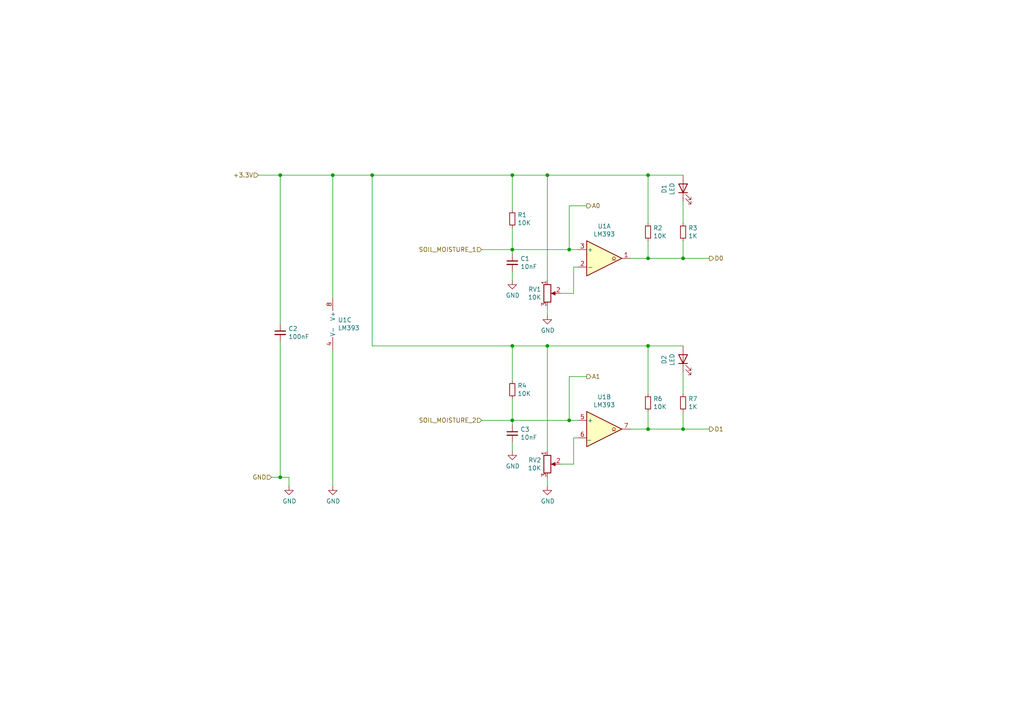
<source format=kicad_sch>
(kicad_sch (version 20210126) (generator eeschema)

  (paper "A4")

  (lib_symbols
    (symbol "Comparator:LM393" (pin_names (offset 0.127)) (in_bom yes) (on_board yes)
      (property "Reference" "U" (id 0) (at 3.81 3.81 0)
        (effects (font (size 1.27 1.27)))
      )
      (property "Value" "LM393" (id 1) (at 6.35 -3.81 0)
        (effects (font (size 1.27 1.27)))
      )
      (property "Footprint" "" (id 2) (at 0 0 0)
        (effects (font (size 1.27 1.27)) hide)
      )
      (property "Datasheet" "http://www.ti.com/lit/ds/symlink/lm393.pdf" (id 3) (at 0 0 0)
        (effects (font (size 1.27 1.27)) hide)
      )
      (property "ki_locked" "" (id 4) (at 0 0 0)
        (effects (font (size 1.27 1.27)))
      )
      (property "ki_keywords" "cmp open collector" (id 5) (at 0 0 0)
        (effects (font (size 1.27 1.27)) hide)
      )
      (property "ki_description" "Low-Power, Low-Offset Voltage, Dual Comparators, DIP-8/SOIC-8/TO-99-8" (id 6) (at 0 0 0)
        (effects (font (size 1.27 1.27)) hide)
      )
      (property "ki_fp_filters" "SOIC*3.9x4.9mm*P1.27mm* DIP*W7.62mm* SOP*5.28x5.23mm*P1.27mm* VSSOP*3.0x3.0mm*P0.65mm* TSSOP*4.4x3mm*P0.65mm*" (id 7) (at 0 0 0)
        (effects (font (size 1.27 1.27)) hide)
      )
      (symbol "LM393_1_1"
        (polyline
          (pts
            (xy -5.08 5.08)
            (xy 5.08 0)
            (xy -5.08 -5.08)
            (xy -5.08 5.08)
          )
          (stroke (width 0.254)) (fill (type background))
        )
        (polyline
          (pts
            (xy 3.302 -0.508)
            (xy 2.794 -0.508)
            (xy 3.302 0)
            (xy 2.794 0.508)
            (xy 2.286 0)
            (xy 2.794 -0.508)
            (xy 2.286 -0.508)
          )
          (stroke (width 0.127)) (fill (type none))
        )
        (pin open_collector line (at 7.62 0 180) (length 2.54)
          (name "~" (effects (font (size 1.27 1.27))))
          (number "1" (effects (font (size 1.27 1.27))))
        )
        (pin input line (at -7.62 -2.54 0) (length 2.54)
          (name "-" (effects (font (size 1.27 1.27))))
          (number "2" (effects (font (size 1.27 1.27))))
        )
        (pin input line (at -7.62 2.54 0) (length 2.54)
          (name "+" (effects (font (size 1.27 1.27))))
          (number "3" (effects (font (size 1.27 1.27))))
        )
      )
      (symbol "LM393_2_1"
        (polyline
          (pts
            (xy -5.08 5.08)
            (xy 5.08 0)
            (xy -5.08 -5.08)
            (xy -5.08 5.08)
          )
          (stroke (width 0.254)) (fill (type background))
        )
        (polyline
          (pts
            (xy 3.302 -0.508)
            (xy 2.794 -0.508)
            (xy 3.302 0)
            (xy 2.794 0.508)
            (xy 2.286 0)
            (xy 2.794 -0.508)
            (xy 2.286 -0.508)
          )
          (stroke (width 0.127)) (fill (type none))
        )
        (pin input line (at -7.62 2.54 0) (length 2.54)
          (name "+" (effects (font (size 1.27 1.27))))
          (number "5" (effects (font (size 1.27 1.27))))
        )
        (pin input line (at -7.62 -2.54 0) (length 2.54)
          (name "_" (effects (font (size 1.27 1.27))))
          (number "6" (effects (font (size 1.27 1.27))))
        )
        (pin open_collector line (at 7.62 0 180) (length 2.54)
          (name "~" (effects (font (size 1.27 1.27))))
          (number "7" (effects (font (size 1.27 1.27))))
        )
      )
      (symbol "LM393_3_1"
        (pin power_in line (at -2.54 -7.62 90) (length 3.81)
          (name "V-" (effects (font (size 1.27 1.27))))
          (number "4" (effects (font (size 1.27 1.27))))
        )
        (pin power_in line (at -2.54 7.62 270) (length 3.81)
          (name "V+" (effects (font (size 1.27 1.27))))
          (number "8" (effects (font (size 1.27 1.27))))
        )
      )
    )
    (symbol "Device:C_Small" (pin_numbers hide) (pin_names (offset 0.254) hide) (in_bom yes) (on_board yes)
      (property "Reference" "C" (id 0) (at 0.254 1.778 0)
        (effects (font (size 1.27 1.27)) (justify left))
      )
      (property "Value" "C_Small" (id 1) (at 0.254 -2.032 0)
        (effects (font (size 1.27 1.27)) (justify left))
      )
      (property "Footprint" "" (id 2) (at 0 0 0)
        (effects (font (size 1.27 1.27)) hide)
      )
      (property "Datasheet" "~" (id 3) (at 0 0 0)
        (effects (font (size 1.27 1.27)) hide)
      )
      (property "ki_keywords" "capacitor cap" (id 4) (at 0 0 0)
        (effects (font (size 1.27 1.27)) hide)
      )
      (property "ki_description" "Unpolarized capacitor, small symbol" (id 5) (at 0 0 0)
        (effects (font (size 1.27 1.27)) hide)
      )
      (property "ki_fp_filters" "C_*" (id 6) (at 0 0 0)
        (effects (font (size 1.27 1.27)) hide)
      )
      (symbol "C_Small_0_1"
        (polyline
          (pts
            (xy -1.524 -0.508)
            (xy 1.524 -0.508)
          )
          (stroke (width 0.3302)) (fill (type none))
        )
        (polyline
          (pts
            (xy -1.524 0.508)
            (xy 1.524 0.508)
          )
          (stroke (width 0.3048)) (fill (type none))
        )
      )
      (symbol "C_Small_1_1"
        (pin passive line (at 0 2.54 270) (length 2.032)
          (name "~" (effects (font (size 1.27 1.27))))
          (number "1" (effects (font (size 1.27 1.27))))
        )
        (pin passive line (at 0 -2.54 90) (length 2.032)
          (name "~" (effects (font (size 1.27 1.27))))
          (number "2" (effects (font (size 1.27 1.27))))
        )
      )
    )
    (symbol "Device:LED" (pin_numbers hide) (pin_names (offset 1.016) hide) (in_bom yes) (on_board yes)
      (property "Reference" "D" (id 0) (at 0 2.54 0)
        (effects (font (size 1.27 1.27)))
      )
      (property "Value" "LED" (id 1) (at 0 -2.54 0)
        (effects (font (size 1.27 1.27)))
      )
      (property "Footprint" "" (id 2) (at 0 0 0)
        (effects (font (size 1.27 1.27)) hide)
      )
      (property "Datasheet" "~" (id 3) (at 0 0 0)
        (effects (font (size 1.27 1.27)) hide)
      )
      (property "ki_keywords" "LED diode" (id 4) (at 0 0 0)
        (effects (font (size 1.27 1.27)) hide)
      )
      (property "ki_description" "Light emitting diode" (id 5) (at 0 0 0)
        (effects (font (size 1.27 1.27)) hide)
      )
      (property "ki_fp_filters" "LED* LED_SMD:* LED_THT:*" (id 6) (at 0 0 0)
        (effects (font (size 1.27 1.27)) hide)
      )
      (symbol "LED_0_1"
        (polyline
          (pts
            (xy -1.27 -1.27)
            (xy -1.27 1.27)
          )
          (stroke (width 0.254)) (fill (type none))
        )
        (polyline
          (pts
            (xy -1.27 0)
            (xy 1.27 0)
          )
          (stroke (width 0)) (fill (type none))
        )
        (polyline
          (pts
            (xy 1.27 -1.27)
            (xy 1.27 1.27)
            (xy -1.27 0)
            (xy 1.27 -1.27)
          )
          (stroke (width 0.254)) (fill (type none))
        )
        (polyline
          (pts
            (xy -3.048 -0.762)
            (xy -4.572 -2.286)
            (xy -3.81 -2.286)
            (xy -4.572 -2.286)
            (xy -4.572 -1.524)
          )
          (stroke (width 0)) (fill (type none))
        )
        (polyline
          (pts
            (xy -1.778 -0.762)
            (xy -3.302 -2.286)
            (xy -2.54 -2.286)
            (xy -3.302 -2.286)
            (xy -3.302 -1.524)
          )
          (stroke (width 0)) (fill (type none))
        )
      )
      (symbol "LED_1_1"
        (pin passive line (at -3.81 0 0) (length 2.54)
          (name "K" (effects (font (size 1.27 1.27))))
          (number "1" (effects (font (size 1.27 1.27))))
        )
        (pin passive line (at 3.81 0 180) (length 2.54)
          (name "A" (effects (font (size 1.27 1.27))))
          (number "2" (effects (font (size 1.27 1.27))))
        )
      )
    )
    (symbol "Device:R_Potentiometer" (pin_names (offset 1.016) hide) (in_bom yes) (on_board yes)
      (property "Reference" "RV" (id 0) (at -4.445 0 90)
        (effects (font (size 1.27 1.27)))
      )
      (property "Value" "R_Potentiometer" (id 1) (at -2.54 0 90)
        (effects (font (size 1.27 1.27)))
      )
      (property "Footprint" "" (id 2) (at 0 0 0)
        (effects (font (size 1.27 1.27)) hide)
      )
      (property "Datasheet" "~" (id 3) (at 0 0 0)
        (effects (font (size 1.27 1.27)) hide)
      )
      (property "ki_keywords" "resistor variable" (id 4) (at 0 0 0)
        (effects (font (size 1.27 1.27)) hide)
      )
      (property "ki_description" "Potentiometer" (id 5) (at 0 0 0)
        (effects (font (size 1.27 1.27)) hide)
      )
      (property "ki_fp_filters" "Potentiometer*" (id 6) (at 0 0 0)
        (effects (font (size 1.27 1.27)) hide)
      )
      (symbol "R_Potentiometer_0_1"
        (rectangle (start 1.016 2.54) (end -1.016 -2.54)
          (stroke (width 0.254)) (fill (type none))
        )
        (polyline
          (pts
            (xy 2.54 0)
            (xy 1.524 0)
          )
          (stroke (width 0)) (fill (type none))
        )
        (polyline
          (pts
            (xy 1.143 0)
            (xy 2.286 0.508)
            (xy 2.286 -0.508)
            (xy 1.143 0)
          )
          (stroke (width 0)) (fill (type outline))
        )
      )
      (symbol "R_Potentiometer_1_1"
        (pin passive line (at 0 3.81 270) (length 1.27)
          (name "1" (effects (font (size 1.27 1.27))))
          (number "1" (effects (font (size 1.27 1.27))))
        )
        (pin passive line (at 3.81 0 180) (length 1.27)
          (name "2" (effects (font (size 1.27 1.27))))
          (number "2" (effects (font (size 1.27 1.27))))
        )
        (pin passive line (at 0 -3.81 90) (length 1.27)
          (name "3" (effects (font (size 1.27 1.27))))
          (number "3" (effects (font (size 1.27 1.27))))
        )
      )
    )
    (symbol "Device:R_Small" (pin_numbers hide) (pin_names (offset 0.254) hide) (in_bom yes) (on_board yes)
      (property "Reference" "R" (id 0) (at 0.762 0.508 0)
        (effects (font (size 1.27 1.27)) (justify left))
      )
      (property "Value" "R_Small" (id 1) (at 0.762 -1.016 0)
        (effects (font (size 1.27 1.27)) (justify left))
      )
      (property "Footprint" "" (id 2) (at 0 0 0)
        (effects (font (size 1.27 1.27)) hide)
      )
      (property "Datasheet" "~" (id 3) (at 0 0 0)
        (effects (font (size 1.27 1.27)) hide)
      )
      (property "ki_keywords" "R resistor" (id 4) (at 0 0 0)
        (effects (font (size 1.27 1.27)) hide)
      )
      (property "ki_description" "Resistor, small symbol" (id 5) (at 0 0 0)
        (effects (font (size 1.27 1.27)) hide)
      )
      (property "ki_fp_filters" "R_*" (id 6) (at 0 0 0)
        (effects (font (size 1.27 1.27)) hide)
      )
      (symbol "R_Small_0_1"
        (rectangle (start -0.762 1.778) (end 0.762 -1.778)
          (stroke (width 0.2032)) (fill (type none))
        )
      )
      (symbol "R_Small_1_1"
        (pin passive line (at 0 2.54 270) (length 0.762)
          (name "~" (effects (font (size 1.27 1.27))))
          (number "1" (effects (font (size 1.27 1.27))))
        )
        (pin passive line (at 0 -2.54 90) (length 0.762)
          (name "~" (effects (font (size 1.27 1.27))))
          (number "2" (effects (font (size 1.27 1.27))))
        )
      )
    )
    (symbol "power:GND" (power) (pin_names (offset 0)) (in_bom yes) (on_board yes)
      (property "Reference" "#PWR" (id 0) (at 0 -6.35 0)
        (effects (font (size 1.27 1.27)) hide)
      )
      (property "Value" "GND" (id 1) (at 0 -3.81 0)
        (effects (font (size 1.27 1.27)))
      )
      (property "Footprint" "" (id 2) (at 0 0 0)
        (effects (font (size 1.27 1.27)) hide)
      )
      (property "Datasheet" "" (id 3) (at 0 0 0)
        (effects (font (size 1.27 1.27)) hide)
      )
      (property "ki_keywords" "power-flag" (id 4) (at 0 0 0)
        (effects (font (size 1.27 1.27)) hide)
      )
      (property "ki_description" "Power symbol creates a global label with name \"GND\" , ground" (id 5) (at 0 0 0)
        (effects (font (size 1.27 1.27)) hide)
      )
      (symbol "GND_0_1"
        (polyline
          (pts
            (xy 0 0)
            (xy 0 -1.27)
            (xy 1.27 -1.27)
            (xy 0 -2.54)
            (xy -1.27 -1.27)
            (xy 0 -1.27)
          )
          (stroke (width 0)) (fill (type none))
        )
      )
      (symbol "GND_1_1"
        (pin power_in line (at 0 0 270) (length 0) hide
          (name "GND" (effects (font (size 1.27 1.27))))
          (number "1" (effects (font (size 1.27 1.27))))
        )
      )
    )
  )

  (junction (at 81.28 50.8) (diameter 0.9144) (color 0 0 0 0))
  (junction (at 81.28 138.43) (diameter 0.9144) (color 0 0 0 0))
  (junction (at 96.52 50.8) (diameter 0.9144) (color 0 0 0 0))
  (junction (at 107.95 50.8) (diameter 0.9144) (color 0 0 0 0))
  (junction (at 148.59 50.8) (diameter 0.9144) (color 0 0 0 0))
  (junction (at 148.59 72.39) (diameter 0.9144) (color 0 0 0 0))
  (junction (at 148.59 100.33) (diameter 0.9144) (color 0 0 0 0))
  (junction (at 148.59 121.92) (diameter 0.9144) (color 0 0 0 0))
  (junction (at 158.75 50.8) (diameter 0.9144) (color 0 0 0 0))
  (junction (at 158.75 100.33) (diameter 0.9144) (color 0 0 0 0))
  (junction (at 165.1 72.39) (diameter 0.9144) (color 0 0 0 0))
  (junction (at 165.1 121.92) (diameter 0.9144) (color 0 0 0 0))
  (junction (at 187.96 50.8) (diameter 0.9144) (color 0 0 0 0))
  (junction (at 187.96 74.93) (diameter 0.9144) (color 0 0 0 0))
  (junction (at 187.96 100.33) (diameter 0.9144) (color 0 0 0 0))
  (junction (at 187.96 124.46) (diameter 0.9144) (color 0 0 0 0))
  (junction (at 198.12 74.93) (diameter 0.9144) (color 0 0 0 0))
  (junction (at 198.12 124.46) (diameter 0.9144) (color 0 0 0 0))

  (wire (pts (xy 78.74 138.43) (xy 81.28 138.43))
    (stroke (width 0) (type solid) (color 0 0 0 0))
    (uuid 21d0bbcf-06a3-4531-8fe9-b2f4b285d51a)
  )
  (wire (pts (xy 81.28 50.8) (xy 74.93 50.8))
    (stroke (width 0) (type solid) (color 0 0 0 0))
    (uuid d87040ad-2f5e-48fc-b522-cd36f8c5c7a8)
  )
  (wire (pts (xy 81.28 50.8) (xy 96.52 50.8))
    (stroke (width 0) (type solid) (color 0 0 0 0))
    (uuid 6f7eeb2f-88a8-4026-975f-fa5293070f1b)
  )
  (wire (pts (xy 81.28 93.98) (xy 81.28 50.8))
    (stroke (width 0) (type solid) (color 0 0 0 0))
    (uuid e5474e31-df52-4f37-b2e2-7e987a0349d9)
  )
  (wire (pts (xy 81.28 99.06) (xy 81.28 138.43))
    (stroke (width 0) (type solid) (color 0 0 0 0))
    (uuid 6b36a1e3-966a-4d5e-a601-7dc1472a5f36)
  )
  (wire (pts (xy 81.28 138.43) (xy 83.82 138.43))
    (stroke (width 0) (type solid) (color 0 0 0 0))
    (uuid a1a1b3f4-f049-4881-bfcb-15b2ca04bbfd)
  )
  (wire (pts (xy 83.82 138.43) (xy 83.82 140.97))
    (stroke (width 0) (type solid) (color 0 0 0 0))
    (uuid 69f4b80a-5734-483f-a74b-97a96c27728a)
  )
  (wire (pts (xy 96.52 50.8) (xy 107.95 50.8))
    (stroke (width 0) (type solid) (color 0 0 0 0))
    (uuid 7faded68-74e9-4cb1-8965-1161ae9f8618)
  )
  (wire (pts (xy 96.52 86.36) (xy 96.52 50.8))
    (stroke (width 0) (type solid) (color 0 0 0 0))
    (uuid 67932a10-882b-4c07-b938-7b0edd2b828b)
  )
  (wire (pts (xy 96.52 101.6) (xy 96.52 140.97))
    (stroke (width 0) (type solid) (color 0 0 0 0))
    (uuid ef8797a3-5eb4-45d2-b93a-a7e7710d56dd)
  )
  (wire (pts (xy 107.95 50.8) (xy 148.59 50.8))
    (stroke (width 0) (type solid) (color 0 0 0 0))
    (uuid 1939c4ff-d327-4841-8ddf-4d74aafc9db3)
  )
  (wire (pts (xy 107.95 100.33) (xy 107.95 50.8))
    (stroke (width 0) (type solid) (color 0 0 0 0))
    (uuid dc8416ec-9cb8-43ad-8fb9-77696174b9d7)
  )
  (wire (pts (xy 107.95 100.33) (xy 148.59 100.33))
    (stroke (width 0) (type solid) (color 0 0 0 0))
    (uuid ba664df0-666c-42d0-9b82-8ee3d6bc38b7)
  )
  (wire (pts (xy 139.7 72.39) (xy 148.59 72.39))
    (stroke (width 0) (type solid) (color 0 0 0 0))
    (uuid 13d67758-8d6d-435e-96ea-18a1bbb9bf04)
  )
  (wire (pts (xy 139.7 121.92) (xy 148.59 121.92))
    (stroke (width 0) (type solid) (color 0 0 0 0))
    (uuid c7b16532-c7cf-49eb-8a97-39f475e8c086)
  )
  (wire (pts (xy 148.59 50.8) (xy 158.75 50.8))
    (stroke (width 0) (type solid) (color 0 0 0 0))
    (uuid bc87249c-b77c-4c27-a77d-903168827f05)
  )
  (wire (pts (xy 148.59 60.96) (xy 148.59 50.8))
    (stroke (width 0) (type solid) (color 0 0 0 0))
    (uuid 0b2852db-8052-4d55-a901-0ae8ab0f466d)
  )
  (wire (pts (xy 148.59 66.04) (xy 148.59 72.39))
    (stroke (width 0) (type solid) (color 0 0 0 0))
    (uuid 5430a905-1cfb-4bf3-9043-13478d05b908)
  )
  (wire (pts (xy 148.59 72.39) (xy 165.1 72.39))
    (stroke (width 0) (type solid) (color 0 0 0 0))
    (uuid 40627633-2002-408c-9ab2-0f6716983530)
  )
  (wire (pts (xy 148.59 73.66) (xy 148.59 72.39))
    (stroke (width 0) (type solid) (color 0 0 0 0))
    (uuid 18232267-9b72-4261-b20a-f3f374e88038)
  )
  (wire (pts (xy 148.59 78.74) (xy 148.59 81.28))
    (stroke (width 0) (type solid) (color 0 0 0 0))
    (uuid 7bba54d1-25c2-43af-b7e6-86afaa0ccd92)
  )
  (wire (pts (xy 148.59 100.33) (xy 158.75 100.33))
    (stroke (width 0) (type solid) (color 0 0 0 0))
    (uuid 1a3a82b1-1399-4a29-aabd-56f033dd8834)
  )
  (wire (pts (xy 148.59 110.49) (xy 148.59 100.33))
    (stroke (width 0) (type solid) (color 0 0 0 0))
    (uuid cece6c10-a9c8-4468-b184-1cd6f4d0c2a0)
  )
  (wire (pts (xy 148.59 115.57) (xy 148.59 121.92))
    (stroke (width 0) (type solid) (color 0 0 0 0))
    (uuid 2c806e1a-f900-41aa-a28e-4aa2fefee0ee)
  )
  (wire (pts (xy 148.59 121.92) (xy 165.1 121.92))
    (stroke (width 0) (type solid) (color 0 0 0 0))
    (uuid 5ac70553-ffcb-48b3-91cc-0ebb3466229c)
  )
  (wire (pts (xy 148.59 123.19) (xy 148.59 121.92))
    (stroke (width 0) (type solid) (color 0 0 0 0))
    (uuid d4eece62-2158-4d92-be51-1d3b03d7bf56)
  )
  (wire (pts (xy 148.59 128.27) (xy 148.59 130.81))
    (stroke (width 0) (type solid) (color 0 0 0 0))
    (uuid 3992ae7a-59a6-4a41-aef3-ea52be541ed1)
  )
  (wire (pts (xy 158.75 50.8) (xy 158.75 81.28))
    (stroke (width 0) (type solid) (color 0 0 0 0))
    (uuid e3ec0c71-de3a-4fbe-9255-e0abb2931e36)
  )
  (wire (pts (xy 158.75 50.8) (xy 187.96 50.8))
    (stroke (width 0) (type solid) (color 0 0 0 0))
    (uuid bc87249c-b77c-4c27-a77d-903168827f05)
  )
  (wire (pts (xy 158.75 91.44) (xy 158.75 88.9))
    (stroke (width 0) (type solid) (color 0 0 0 0))
    (uuid 88c8f80b-e992-4cbe-9f37-994ff328246f)
  )
  (wire (pts (xy 158.75 100.33) (xy 187.96 100.33))
    (stroke (width 0) (type solid) (color 0 0 0 0))
    (uuid 1a3a82b1-1399-4a29-aabd-56f033dd8834)
  )
  (wire (pts (xy 158.75 130.81) (xy 158.75 100.33))
    (stroke (width 0) (type solid) (color 0 0 0 0))
    (uuid c0f853dd-3a54-4182-a911-55ef6e19be59)
  )
  (wire (pts (xy 158.75 140.97) (xy 158.75 138.43))
    (stroke (width 0) (type solid) (color 0 0 0 0))
    (uuid 505e1967-bd31-4fa0-92b5-cf30aba2dea9)
  )
  (wire (pts (xy 162.56 85.09) (xy 166.37 85.09))
    (stroke (width 0) (type solid) (color 0 0 0 0))
    (uuid 78fa4cca-3c68-4d4c-a5e3-6c1672d0bce5)
  )
  (wire (pts (xy 162.56 134.62) (xy 166.37 134.62))
    (stroke (width 0) (type solid) (color 0 0 0 0))
    (uuid ac111f11-39ce-4c27-8409-83415bb3c6c6)
  )
  (wire (pts (xy 165.1 59.69) (xy 170.18 59.69))
    (stroke (width 0) (type solid) (color 0 0 0 0))
    (uuid 862f91ea-b4f0-4b32-a020-b079f36f8d9d)
  )
  (wire (pts (xy 165.1 72.39) (xy 165.1 59.69))
    (stroke (width 0) (type solid) (color 0 0 0 0))
    (uuid 390dcdc4-7454-4c78-b0ab-f721bace29b2)
  )
  (wire (pts (xy 165.1 72.39) (xy 167.64 72.39))
    (stroke (width 0) (type solid) (color 0 0 0 0))
    (uuid e2e427e2-1ec6-4010-a9da-9367a91b95bc)
  )
  (wire (pts (xy 165.1 109.22) (xy 170.18 109.22))
    (stroke (width 0) (type solid) (color 0 0 0 0))
    (uuid d20d3ea9-c0f9-459c-8795-58ab92734c23)
  )
  (wire (pts (xy 165.1 121.92) (xy 165.1 109.22))
    (stroke (width 0) (type solid) (color 0 0 0 0))
    (uuid 7e13ceba-b9cf-411a-a866-87da926e87d7)
  )
  (wire (pts (xy 165.1 121.92) (xy 167.64 121.92))
    (stroke (width 0) (type solid) (color 0 0 0 0))
    (uuid f17e3417-fe56-42c0-ac63-71d32f453a5e)
  )
  (wire (pts (xy 166.37 77.47) (xy 167.64 77.47))
    (stroke (width 0) (type solid) (color 0 0 0 0))
    (uuid 5700834a-3eba-43e5-a997-fe4737e3ad5f)
  )
  (wire (pts (xy 166.37 85.09) (xy 166.37 77.47))
    (stroke (width 0) (type solid) (color 0 0 0 0))
    (uuid 8566e4e8-c689-4f9c-971c-003e7ed2f5c7)
  )
  (wire (pts (xy 166.37 127) (xy 167.64 127))
    (stroke (width 0) (type solid) (color 0 0 0 0))
    (uuid 50e2cb2b-c599-4e50-8ecc-793cd2946b5b)
  )
  (wire (pts (xy 166.37 134.62) (xy 166.37 127))
    (stroke (width 0) (type solid) (color 0 0 0 0))
    (uuid 921eb247-754c-4150-8bce-0790ac0183c6)
  )
  (wire (pts (xy 187.96 50.8) (xy 198.12 50.8))
    (stroke (width 0) (type solid) (color 0 0 0 0))
    (uuid 16ee529b-f639-4576-b5cd-20b61e7405f4)
  )
  (wire (pts (xy 187.96 64.77) (xy 187.96 50.8))
    (stroke (width 0) (type solid) (color 0 0 0 0))
    (uuid a1e05547-6ea0-46dc-9dd4-6ea64cf25d41)
  )
  (wire (pts (xy 187.96 69.85) (xy 187.96 74.93))
    (stroke (width 0) (type solid) (color 0 0 0 0))
    (uuid fc7303dc-984a-4f41-b6bb-d76497ac0c76)
  )
  (wire (pts (xy 187.96 74.93) (xy 182.88 74.93))
    (stroke (width 0) (type solid) (color 0 0 0 0))
    (uuid b10e62c4-871c-4570-af94-b39f942e081d)
  )
  (wire (pts (xy 187.96 74.93) (xy 198.12 74.93))
    (stroke (width 0) (type solid) (color 0 0 0 0))
    (uuid ab9acebb-88c9-42a7-8449-59fe7cdfc367)
  )
  (wire (pts (xy 187.96 100.33) (xy 198.12 100.33))
    (stroke (width 0) (type solid) (color 0 0 0 0))
    (uuid 818aaaa3-de2e-437f-b8bb-007e67e79e78)
  )
  (wire (pts (xy 187.96 114.3) (xy 187.96 100.33))
    (stroke (width 0) (type solid) (color 0 0 0 0))
    (uuid 2e9b2fa0-f643-4885-82c6-c641543c0e81)
  )
  (wire (pts (xy 187.96 119.38) (xy 187.96 124.46))
    (stroke (width 0) (type solid) (color 0 0 0 0))
    (uuid 67e9b31c-1f77-46dc-a719-7bb18817ec4d)
  )
  (wire (pts (xy 187.96 124.46) (xy 182.88 124.46))
    (stroke (width 0) (type solid) (color 0 0 0 0))
    (uuid 80e24712-432c-4b7b-858f-db9628bd9a4a)
  )
  (wire (pts (xy 187.96 124.46) (xy 198.12 124.46))
    (stroke (width 0) (type solid) (color 0 0 0 0))
    (uuid 835aa30e-eb8f-4444-8012-8cd0e942b5fb)
  )
  (wire (pts (xy 198.12 58.42) (xy 198.12 64.77))
    (stroke (width 0) (type solid) (color 0 0 0 0))
    (uuid 819ef0b7-5105-4db4-afdc-009c4166c0a7)
  )
  (wire (pts (xy 198.12 74.93) (xy 198.12 69.85))
    (stroke (width 0) (type solid) (color 0 0 0 0))
    (uuid 737ffc0b-8e40-4a01-965f-7af5e141a63a)
  )
  (wire (pts (xy 198.12 74.93) (xy 205.74 74.93))
    (stroke (width 0) (type solid) (color 0 0 0 0))
    (uuid cac1b714-e1a3-4873-9281-28f18f63e903)
  )
  (wire (pts (xy 198.12 107.95) (xy 198.12 114.3))
    (stroke (width 0) (type solid) (color 0 0 0 0))
    (uuid a5d46e36-48b8-4409-a018-30c264aa4fb6)
  )
  (wire (pts (xy 198.12 124.46) (xy 198.12 119.38))
    (stroke (width 0) (type solid) (color 0 0 0 0))
    (uuid d8aecab9-7dbb-4863-a2c7-1dec77e38957)
  )
  (wire (pts (xy 198.12 124.46) (xy 205.74 124.46))
    (stroke (width 0) (type solid) (color 0 0 0 0))
    (uuid ed8fb382-0688-4b66-9fb6-a60ab0280bcc)
  )

  (hierarchical_label "+3.3V" (shape input) (at 74.93 50.8 180)
    (effects (font (size 1.27 1.27)) (justify right))
    (uuid f0321d10-6063-44dc-a6ab-d0b7462bde56)
  )
  (hierarchical_label "GND" (shape input) (at 78.74 138.43 180)
    (effects (font (size 1.27 1.27)) (justify right))
    (uuid 2b908fd2-cc48-4868-b8e5-39ff5a1ae6ba)
  )
  (hierarchical_label "SOIL_MOISTURE_1" (shape input) (at 139.7 72.39 180)
    (effects (font (size 1.27 1.27)) (justify right))
    (uuid 3b396b53-ffcf-43fe-8796-3272f81172ae)
  )
  (hierarchical_label "SOIL_MOISTURE_2" (shape input) (at 139.7 121.92 180)
    (effects (font (size 1.27 1.27)) (justify right))
    (uuid 6905753c-8e7e-4fc2-92d3-3fd6008b8069)
  )
  (hierarchical_label "A0" (shape output) (at 170.18 59.69 0)
    (effects (font (size 1.27 1.27)) (justify left))
    (uuid efb4a334-5123-4c11-9e7a-e8d31866d7e1)
  )
  (hierarchical_label "A1" (shape output) (at 170.18 109.22 0)
    (effects (font (size 1.27 1.27)) (justify left))
    (uuid c1ebfe84-dddf-407e-a83f-6b0157c21e63)
  )
  (hierarchical_label "D0" (shape output) (at 205.74 74.93 0)
    (effects (font (size 1.27 1.27)) (justify left))
    (uuid 38064794-f885-441b-98a8-42d5b949e75c)
  )
  (hierarchical_label "D1" (shape output) (at 205.74 124.46 0)
    (effects (font (size 1.27 1.27)) (justify left))
    (uuid d8a83f83-1dc1-4883-824f-3b2de225efbd)
  )

  (symbol (lib_id "power:GND") (at 83.82 140.97 0) (unit 1)
    (in_bom yes) (on_board yes)
    (uuid 00000000-0000-0000-0000-0000609be39b)
    (property "Reference" "#PWR0114" (id 0) (at 83.82 147.32 0)
      (effects (font (size 1.27 1.27)) hide)
    )
    (property "Value" "GND" (id 1) (at 83.947 145.3642 0))
    (property "Footprint" "" (id 2) (at 83.82 140.97 0)
      (effects (font (size 1.27 1.27)) hide)
    )
    (property "Datasheet" "" (id 3) (at 83.82 140.97 0)
      (effects (font (size 1.27 1.27)) hide)
    )
    (pin "1" (uuid d3977571-f8fa-4637-a3d5-d2f6627b418f))
  )

  (symbol (lib_id "power:GND") (at 96.52 140.97 0) (unit 1)
    (in_bom yes) (on_board yes)
    (uuid 00000000-0000-0000-0000-0000609d1fab)
    (property "Reference" "#PWR0119" (id 0) (at 96.52 147.32 0)
      (effects (font (size 1.27 1.27)) hide)
    )
    (property "Value" "GND" (id 1) (at 96.647 145.3642 0))
    (property "Footprint" "" (id 2) (at 96.52 140.97 0)
      (effects (font (size 1.27 1.27)) hide)
    )
    (property "Datasheet" "" (id 3) (at 96.52 140.97 0)
      (effects (font (size 1.27 1.27)) hide)
    )
    (pin "1" (uuid 16fae3b3-9243-4e36-a230-e83fae9ca645))
  )

  (symbol (lib_id "power:GND") (at 148.59 81.28 0) (unit 1)
    (in_bom yes) (on_board yes)
    (uuid 00000000-0000-0000-0000-0000609be36f)
    (property "Reference" "#PWR0113" (id 0) (at 148.59 87.63 0)
      (effects (font (size 1.27 1.27)) hide)
    )
    (property "Value" "GND" (id 1) (at 148.717 85.6742 0))
    (property "Footprint" "" (id 2) (at 148.59 81.28 0)
      (effects (font (size 1.27 1.27)) hide)
    )
    (property "Datasheet" "" (id 3) (at 148.59 81.28 0)
      (effects (font (size 1.27 1.27)) hide)
    )
    (pin "1" (uuid a442a019-b5d7-4e07-893b-bf1d07e40c40))
  )

  (symbol (lib_id "power:GND") (at 148.59 130.81 0) (unit 1)
    (in_bom yes) (on_board yes)
    (uuid 00000000-0000-0000-0000-0000609be3f3)
    (property "Reference" "#PWR0117" (id 0) (at 148.59 137.16 0)
      (effects (font (size 1.27 1.27)) hide)
    )
    (property "Value" "GND" (id 1) (at 148.717 135.2042 0))
    (property "Footprint" "" (id 2) (at 148.59 130.81 0)
      (effects (font (size 1.27 1.27)) hide)
    )
    (property "Datasheet" "" (id 3) (at 148.59 130.81 0)
      (effects (font (size 1.27 1.27)) hide)
    )
    (pin "1" (uuid 80ca44bd-ba8f-4974-8fc3-7f78abb93e43))
  )

  (symbol (lib_id "power:GND") (at 158.75 91.44 0) (unit 1)
    (in_bom yes) (on_board yes)
    (uuid 00000000-0000-0000-0000-0000609be353)
    (property "Reference" "#PWR0111" (id 0) (at 158.75 97.79 0)
      (effects (font (size 1.27 1.27)) hide)
    )
    (property "Value" "GND" (id 1) (at 158.877 95.8342 0))
    (property "Footprint" "" (id 2) (at 158.75 91.44 0)
      (effects (font (size 1.27 1.27)) hide)
    )
    (property "Datasheet" "" (id 3) (at 158.75 91.44 0)
      (effects (font (size 1.27 1.27)) hide)
    )
    (pin "1" (uuid 87bb32a5-9001-486d-ae2d-89db48942d7b))
  )

  (symbol (lib_id "power:GND") (at 158.75 140.97 0) (unit 1)
    (in_bom yes) (on_board yes)
    (uuid 00000000-0000-0000-0000-0000609be3d7)
    (property "Reference" "#PWR0115" (id 0) (at 158.75 147.32 0)
      (effects (font (size 1.27 1.27)) hide)
    )
    (property "Value" "GND" (id 1) (at 158.877 145.3642 0))
    (property "Footprint" "" (id 2) (at 158.75 140.97 0)
      (effects (font (size 1.27 1.27)) hide)
    )
    (property "Datasheet" "" (id 3) (at 158.75 140.97 0)
      (effects (font (size 1.27 1.27)) hide)
    )
    (pin "1" (uuid 19166a90-51f3-4b85-9c7f-f5a0a7d75a82))
  )

  (symbol (lib_id "Device:R_Small") (at 148.59 63.5 0) (unit 1)
    (in_bom yes) (on_board yes)
    (uuid 00000000-0000-0000-0000-0000609be34d)
    (property "Reference" "R1" (id 0) (at 150.0886 62.3316 0)
      (effects (font (size 1.27 1.27)) (justify left))
    )
    (property "Value" "10K" (id 1) (at 150.0886 64.643 0)
      (effects (font (size 1.27 1.27)) (justify left))
    )
    (property "Footprint" "Resistor_SMD:R_0603_1608Metric" (id 2) (at 148.59 63.5 0)
      (effects (font (size 1.27 1.27)) hide)
    )
    (property "Datasheet" "~" (id 3) (at 148.59 63.5 0)
      (effects (font (size 1.27 1.27)) hide)
    )
    (pin "1" (uuid 8f88b0d1-af94-4c9a-b422-ef9aaf46b631))
    (pin "2" (uuid ed383629-8981-4b53-8d1d-b484ce1f0841))
  )

  (symbol (lib_id "Device:R_Small") (at 148.59 113.03 0) (unit 1)
    (in_bom yes) (on_board yes)
    (uuid 00000000-0000-0000-0000-0000609be3d1)
    (property "Reference" "R4" (id 0) (at 150.0886 111.8616 0)
      (effects (font (size 1.27 1.27)) (justify left))
    )
    (property "Value" "10K" (id 1) (at 150.0886 114.173 0)
      (effects (font (size 1.27 1.27)) (justify left))
    )
    (property "Footprint" "Resistor_SMD:R_0603_1608Metric" (id 2) (at 148.59 113.03 0)
      (effects (font (size 1.27 1.27)) hide)
    )
    (property "Datasheet" "~" (id 3) (at 148.59 113.03 0)
      (effects (font (size 1.27 1.27)) hide)
    )
    (pin "1" (uuid b650e5d3-3afe-4a71-b774-4464b0f315ea))
    (pin "2" (uuid ccac20dc-cb65-4118-90cc-66530544c77a))
  )

  (symbol (lib_id "Device:R_Small") (at 187.96 67.31 0) (unit 1)
    (in_bom yes) (on_board yes)
    (uuid 00000000-0000-0000-0000-0000609be338)
    (property "Reference" "R2" (id 0) (at 189.4586 66.1416 0)
      (effects (font (size 1.27 1.27)) (justify left))
    )
    (property "Value" "10K" (id 1) (at 189.4586 68.453 0)
      (effects (font (size 1.27 1.27)) (justify left))
    )
    (property "Footprint" "Resistor_SMD:R_0603_1608Metric" (id 2) (at 187.96 67.31 0)
      (effects (font (size 1.27 1.27)) hide)
    )
    (property "Datasheet" "~" (id 3) (at 187.96 67.31 0)
      (effects (font (size 1.27 1.27)) hide)
    )
    (pin "1" (uuid 0e7dd2a8-51d5-4fc9-95a4-9ade5dd5a76d))
    (pin "2" (uuid daf057e6-5e78-4ed9-8038-62ae72bab810))
  )

  (symbol (lib_id "Device:R_Small") (at 187.96 116.84 0) (unit 1)
    (in_bom yes) (on_board yes)
    (uuid 00000000-0000-0000-0000-0000609be3bc)
    (property "Reference" "R6" (id 0) (at 189.4586 115.6716 0)
      (effects (font (size 1.27 1.27)) (justify left))
    )
    (property "Value" "10K" (id 1) (at 189.4586 117.983 0)
      (effects (font (size 1.27 1.27)) (justify left))
    )
    (property "Footprint" "Resistor_SMD:R_0603_1608Metric" (id 2) (at 187.96 116.84 0)
      (effects (font (size 1.27 1.27)) hide)
    )
    (property "Datasheet" "~" (id 3) (at 187.96 116.84 0)
      (effects (font (size 1.27 1.27)) hide)
    )
    (pin "1" (uuid 0dc48045-a276-4a28-9040-50a487d245c8))
    (pin "2" (uuid b0deece5-a25b-452c-9217-ef01fbe07bd1))
  )

  (symbol (lib_id "Device:R_Small") (at 198.12 67.31 0) (unit 1)
    (in_bom yes) (on_board yes)
    (uuid 00000000-0000-0000-0000-0000609be332)
    (property "Reference" "R3" (id 0) (at 199.6186 66.1416 0)
      (effects (font (size 1.27 1.27)) (justify left))
    )
    (property "Value" "1K" (id 1) (at 199.6186 68.453 0)
      (effects (font (size 1.27 1.27)) (justify left))
    )
    (property "Footprint" "Resistor_SMD:R_0603_1608Metric" (id 2) (at 198.12 67.31 0)
      (effects (font (size 1.27 1.27)) hide)
    )
    (property "Datasheet" "~" (id 3) (at 198.12 67.31 0)
      (effects (font (size 1.27 1.27)) hide)
    )
    (pin "1" (uuid 88fc146b-c514-4b37-a7cb-bfdd6c789d2b))
    (pin "2" (uuid 52d36425-7e04-4cf4-8433-7340758d6a11))
  )

  (symbol (lib_id "Device:R_Small") (at 198.12 116.84 0) (unit 1)
    (in_bom yes) (on_board yes)
    (uuid 00000000-0000-0000-0000-0000609be3b6)
    (property "Reference" "R7" (id 0) (at 199.6186 115.6716 0)
      (effects (font (size 1.27 1.27)) (justify left))
    )
    (property "Value" "1K" (id 1) (at 199.6186 117.983 0)
      (effects (font (size 1.27 1.27)) (justify left))
    )
    (property "Footprint" "Resistor_SMD:R_0603_1608Metric" (id 2) (at 198.12 116.84 0)
      (effects (font (size 1.27 1.27)) hide)
    )
    (property "Datasheet" "~" (id 3) (at 198.12 116.84 0)
      (effects (font (size 1.27 1.27)) hide)
    )
    (pin "1" (uuid bf58e363-6634-497d-97c3-0f4b41c4306f))
    (pin "2" (uuid 4518da9a-0aaf-4c1b-95a4-c9104e7c3f7f))
  )

  (symbol (lib_id "Device:C_Small") (at 81.28 96.52 0) (unit 1)
    (in_bom yes) (on_board yes)
    (uuid 00000000-0000-0000-0000-000060a188fb)
    (property "Reference" "C2" (id 0) (at 83.6168 95.3516 0)
      (effects (font (size 1.27 1.27)) (justify left))
    )
    (property "Value" "100nF" (id 1) (at 83.6168 97.663 0)
      (effects (font (size 1.27 1.27)) (justify left))
    )
    (property "Footprint" "Capacitor_SMD:C_0603_1608Metric" (id 2) (at 81.28 96.52 0)
      (effects (font (size 1.27 1.27)) hide)
    )
    (property "Datasheet" "~" (id 3) (at 81.28 96.52 0)
      (effects (font (size 1.27 1.27)) hide)
    )
    (pin "1" (uuid 0ace40b7-0876-4540-8327-2eebc04d04b5))
    (pin "2" (uuid 53b1bd3b-41bc-4ef7-8576-78b98a78ba39))
  )

  (symbol (lib_id "Device:C_Small") (at 148.59 76.2 0) (unit 1)
    (in_bom yes) (on_board yes)
    (uuid 00000000-0000-0000-0000-0000609be368)
    (property "Reference" "C1" (id 0) (at 150.9268 75.0316 0)
      (effects (font (size 1.27 1.27)) (justify left))
    )
    (property "Value" "10nF" (id 1) (at 150.9268 77.343 0)
      (effects (font (size 1.27 1.27)) (justify left))
    )
    (property "Footprint" "Capacitor_SMD:C_0603_1608Metric" (id 2) (at 148.59 76.2 0)
      (effects (font (size 1.27 1.27)) hide)
    )
    (property "Datasheet" "~" (id 3) (at 148.59 76.2 0)
      (effects (font (size 1.27 1.27)) hide)
    )
    (pin "1" (uuid bc174821-0431-4fb8-805b-34aa378912e8))
    (pin "2" (uuid 20c533f6-5b04-4fde-bb6d-eccfc8efd3f2))
  )

  (symbol (lib_id "Device:C_Small") (at 148.59 125.73 0) (unit 1)
    (in_bom yes) (on_board yes)
    (uuid 00000000-0000-0000-0000-0000609be3ec)
    (property "Reference" "C3" (id 0) (at 150.9268 124.5616 0)
      (effects (font (size 1.27 1.27)) (justify left))
    )
    (property "Value" "10nF" (id 1) (at 150.9268 126.873 0)
      (effects (font (size 1.27 1.27)) (justify left))
    )
    (property "Footprint" "Capacitor_SMD:C_0603_1608Metric" (id 2) (at 148.59 125.73 0)
      (effects (font (size 1.27 1.27)) hide)
    )
    (property "Datasheet" "~" (id 3) (at 148.59 125.73 0)
      (effects (font (size 1.27 1.27)) hide)
    )
    (pin "1" (uuid f3ae9c8e-dbd3-4b2b-91d3-eef30c278a8b))
    (pin "2" (uuid a8ddc6ee-7966-4ea0-a631-0f5cb56b201d))
  )

  (symbol (lib_id "Device:LED") (at 198.12 54.61 90) (unit 1)
    (in_bom yes) (on_board yes)
    (uuid 00000000-0000-0000-0000-0000609be343)
    (property "Reference" "D1" (id 0) (at 192.6082 54.7878 0))
    (property "Value" "LED" (id 1) (at 194.9196 54.7878 0))
    (property "Footprint" "Resistor_SMD:R_0603_1608Metric" (id 2) (at 198.12 54.61 0)
      (effects (font (size 1.27 1.27)) hide)
    )
    (property "Datasheet" "~" (id 3) (at 198.12 54.61 0)
      (effects (font (size 1.27 1.27)) hide)
    )
    (pin "1" (uuid 7bc14e5e-f854-40a5-8dcb-3aa42be44101))
    (pin "2" (uuid 83b0de6b-a896-40bc-b4b6-5e17e7f42942))
  )

  (symbol (lib_id "Device:LED") (at 198.12 104.14 90) (unit 1)
    (in_bom yes) (on_board yes)
    (uuid 00000000-0000-0000-0000-0000609be3c7)
    (property "Reference" "D2" (id 0) (at 192.6082 104.3178 0))
    (property "Value" "LED" (id 1) (at 194.9196 104.3178 0))
    (property "Footprint" "Resistor_SMD:R_0603_1608Metric" (id 2) (at 198.12 104.14 0)
      (effects (font (size 1.27 1.27)) hide)
    )
    (property "Datasheet" "~" (id 3) (at 198.12 104.14 0)
      (effects (font (size 1.27 1.27)) hide)
    )
    (pin "1" (uuid eb270e9b-16a5-4999-84e8-801edfed1cd3))
    (pin "2" (uuid 60fd6957-4b98-4f0c-a85f-45cf9960a1ce))
  )

  (symbol (lib_id "Comparator:LM393") (at 99.06 93.98 0) (unit 3)
    (in_bom yes) (on_board yes)
    (uuid 00000000-0000-0000-0000-0000609c4856)
    (property "Reference" "U1" (id 0) (at 97.9932 92.8116 0)
      (effects (font (size 1.27 1.27)) (justify left))
    )
    (property "Value" "LM393" (id 1) (at 97.9932 95.123 0)
      (effects (font (size 1.27 1.27)) (justify left))
    )
    (property "Footprint" "Potentiometer_SMD:Potentiometer_Bourns_TC33X_Vertical" (id 2) (at 99.06 93.98 0)
      (effects (font (size 1.27 1.27)) hide)
    )
    (property "Datasheet" "http://www.ti.com/lit/ds/symlink/lm393.pdf" (id 3) (at 99.06 93.98 0)
      (effects (font (size 1.27 1.27)) hide)
    )
    (pin "4" (uuid b0fc2f04-0586-4800-8450-0738b5581a24))
    (pin "8" (uuid 14bce7a3-e156-4b65-b14e-4b8779684185))
  )

  (symbol (lib_id "Device:R_Potentiometer") (at 158.75 85.09 0) (unit 1)
    (in_bom yes) (on_board yes)
    (uuid 00000000-0000-0000-0000-0000609be379)
    (property "Reference" "RV1" (id 0) (at 156.9974 83.9216 0)
      (effects (font (size 1.27 1.27)) (justify right))
    )
    (property "Value" "10K" (id 1) (at 156.9974 86.233 0)
      (effects (font (size 1.27 1.27)) (justify right))
    )
    (property "Footprint" "Potentiometer_SMD:Potentiometer_Bourns_TC33X_Vertical" (id 2) (at 158.75 85.09 0)
      (effects (font (size 1.27 1.27)) hide)
    )
    (property "Datasheet" "~" (id 3) (at 158.75 85.09 0)
      (effects (font (size 1.27 1.27)) hide)
    )
    (pin "1" (uuid e475fc49-9ecd-485c-9c91-aa2c934d3445))
    (pin "2" (uuid 343e772e-975a-4d68-8eb7-330fb137e4cd))
    (pin "3" (uuid db0ae6e2-b1e7-4425-ab20-527d25216a4f))
  )

  (symbol (lib_id "Device:R_Potentiometer") (at 158.75 134.62 0) (unit 1)
    (in_bom yes) (on_board yes)
    (uuid 00000000-0000-0000-0000-0000609be3fd)
    (property "Reference" "RV2" (id 0) (at 156.9974 133.4516 0)
      (effects (font (size 1.27 1.27)) (justify right))
    )
    (property "Value" "10K" (id 1) (at 156.9974 135.763 0)
      (effects (font (size 1.27 1.27)) (justify right))
    )
    (property "Footprint" "Potentiometer_SMD:Potentiometer_Bourns_TC33X_Vertical" (id 2) (at 158.75 134.62 0)
      (effects (font (size 1.27 1.27)) hide)
    )
    (property "Datasheet" "~" (id 3) (at 158.75 134.62 0)
      (effects (font (size 1.27 1.27)) hide)
    )
    (pin "1" (uuid 1dac9937-f4d8-4663-ad24-2182f1ded429))
    (pin "2" (uuid d014632d-c321-455f-a2af-a4a8adf6ce6b))
    (pin "3" (uuid 6d7159a1-8dc6-4da3-8832-6cfb3724f72c))
  )

  (symbol (lib_id "Comparator:LM393") (at 175.26 74.93 0) (unit 1)
    (in_bom yes) (on_board yes)
    (uuid 00000000-0000-0000-0000-0000609be32c)
    (property "Reference" "U1" (id 0) (at 175.26 65.6082 0))
    (property "Value" "LM393" (id 1) (at 175.26 67.9196 0))
    (property "Footprint" "Potentiometer_SMD:Potentiometer_Bourns_TC33X_Vertical" (id 2) (at 175.26 74.93 0)
      (effects (font (size 1.27 1.27)) hide)
    )
    (property "Datasheet" "http://www.ti.com/lit/ds/symlink/lm393.pdf" (id 3) (at 175.26 74.93 0)
      (effects (font (size 1.27 1.27)) hide)
    )
    (pin "1" (uuid 53abc047-1544-4efc-974d-657cd096da24))
    (pin "2" (uuid a78a2353-1251-45aa-ab98-fd37221a9721))
    (pin "3" (uuid f036914b-cb5b-4298-8e94-fe73821adb9b))
  )

  (symbol (lib_id "Comparator:LM393") (at 175.26 124.46 0) (unit 2)
    (in_bom yes) (on_board yes)
    (uuid 00000000-0000-0000-0000-0000609be3b0)
    (property "Reference" "U1" (id 0) (at 175.26 115.1382 0))
    (property "Value" "LM393" (id 1) (at 175.26 117.4496 0))
    (property "Footprint" "Potentiometer_SMD:Potentiometer_Bourns_TC33X_Vertical" (id 2) (at 175.26 124.46 0)
      (effects (font (size 1.27 1.27)) hide)
    )
    (property "Datasheet" "http://www.ti.com/lit/ds/symlink/lm393.pdf" (id 3) (at 175.26 124.46 0)
      (effects (font (size 1.27 1.27)) hide)
    )
    (pin "5" (uuid e9539df6-86a1-4003-ad57-beea3584957b))
    (pin "6" (uuid 3082b47f-865b-4a77-a80b-e62ebde4f017))
    (pin "7" (uuid 0294ac5c-cf3b-4ee2-9567-1d82e27036ed))
  )
)

</source>
